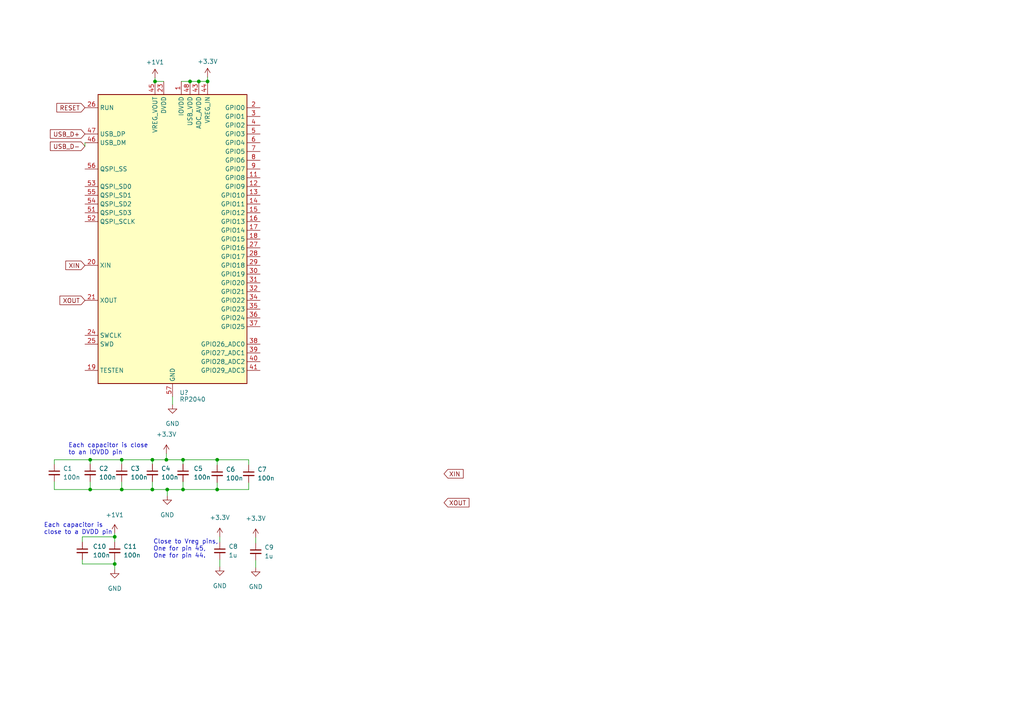
<source format=kicad_sch>
(kicad_sch (version 20211123) (generator eeschema)
  (paper "A4")
  (lib_symbols
    (symbol "Device:C_Small" (pin_numbers hide) (pin_names (offset 0.254) hide)
      (property "Reference" "C" (at 0.254 1.778 0))
      (property "Value" "C_Small" (at 0.254 -2.032 0))
      (symbol "C_Small_0_1"
        (polyline (pts (xy -1.524 -0.508) (xy 1.524 -0.508)) (stroke (width 0.3302)))
        (polyline (pts (xy -1.524 0.508) (xy 1.524 0.508)) (stroke (width 0.3048)))
      )
      (symbol "C_Small_1_1"
        (pin passive line (at 0 2.54 270) (length 2.032) (name "~") (number "1"))
        (pin passive line (at 0 -2.54 90) (length 2.032) (name "~") (number "2"))
      )
    )
    (symbol "MCU_RaspberryPi:RP2040"
      (property "Reference" "U" (at 17.78 45.72 0))
      (property "Value" "RP2040" (at 17.78 43.18 0))
      (symbol "RP2040_0_1"
        (rectangle (start -21.59 41.91) (end 21.59 -41.91) (stroke (width 0.254)) (fill (type background)))
      )
      (symbol "RP2040_1_1"
        (pin power_in line (at 2.54 45.72 270) (length 3.81) (name "IOVDD") (number "1"))
        (pin passive line (at 2.54 45.72 270) (length 3.81) hide (name "IOVDD") (number "10"))
        (pin bidirectional line (at 25.4 17.78 180) (length 3.81) (name "GPIO8") (number "11"))
        (pin bidirectional line (at 25.4 15.24 180) (length 3.81) (name "GPIO9") (number "12"))
        (pin bidirectional line (at 25.4 12.7 180) (length 3.81) (name "GPIO10") (number "13"))
        (pin bidirectional line (at 25.4 10.16 180) (length 3.81) (name "GPIO11") (number "14"))
        (pin bidirectional line (at 25.4 7.62 180) (length 3.81) (name "GPIO12") (number "15"))
        (pin bidirectional line (at 25.4 5.08 180) (length 3.81) (name "GPIO13") (number "16"))
        (pin bidirectional line (at 25.4 2.54 180) (length 3.81) (name "GPIO14") (number "17"))
        (pin bidirectional line (at 25.4 0 180) (length 3.81) (name "GPIO15") (number "18"))
        (pin input line (at -25.4 -38.1 0) (length 3.81) (name "TESTEN") (number "19"))
        (pin bidirectional line (at 25.4 38.1 180) (length 3.81) (name "GPIO0") (number "2"))
        (pin input line (at -25.4 -7.62 0) (length 3.81) (name "XIN") (number "20"))
        (pin passive line (at -25.4 -17.78 0) (length 3.81) (name "XOUT") (number "21"))
        (pin passive line (at 2.54 45.72 270) (length 3.81) hide (name "IOVDD") (number "22"))
        (pin power_in line (at -2.54 45.72 270) (length 3.81) (name "DVDD") (number "23"))
        (pin output line (at -25.4 -27.94 0) (length 3.81) (name "SWCLK") (number "24"))
        (pin bidirectional line (at -25.4 -30.48 0) (length 3.81) (name "SWD") (number "25"))
        (pin input line (at -25.4 38.1 0) (length 3.81) (name "RUN") (number "26"))
        (pin bidirectional line (at 25.4 -2.54 180) (length 3.81) (name "GPIO16") (number "27"))
        (pin bidirectional line (at 25.4 -5.08 180) (length 3.81) (name "GPIO17") (number "28"))
        (pin bidirectional line (at 25.4 -7.62 180) (length 3.81) (name "GPIO18") (number "29"))
        (pin bidirectional line (at 25.4 35.56 180) (length 3.81) (name "GPIO1") (number "3"))
        (pin bidirectional line (at 25.4 -10.16 180) (length 3.81) (name "GPIO19") (number "30"))
        (pin bidirectional line (at 25.4 -12.7 180) (length 3.81) (name "GPIO20") (number "31"))
        (pin bidirectional line (at 25.4 -15.24 180) (length 3.81) (name "GPIO21") (number "32"))
        (pin passive line (at 2.54 45.72 270) (length 3.81) hide (name "IOVDD") (number "33"))
        (pin bidirectional line (at 25.4 -17.78 180) (length 3.81) (name "GPIO22") (number "34"))
        (pin bidirectional line (at 25.4 -20.32 180) (length 3.81) (name "GPIO23") (number "35"))
        (pin bidirectional line (at 25.4 -22.86 180) (length 3.81) (name "GPIO24") (number "36"))
        (pin bidirectional line (at 25.4 -25.4 180) (length 3.81) (name "GPIO25") (number "37"))
        (pin bidirectional line (at 25.4 -30.48 180) (length 3.81) (name "GPIO26_ADC0") (number "38"))
        (pin bidirectional line (at 25.4 -33.02 180) (length 3.81) (name "GPIO27_ADC1") (number "39"))
        (pin bidirectional line (at 25.4 33.02 180) (length 3.81) (name "GPIO2") (number "4"))
        (pin bidirectional line (at 25.4 -35.56 180) (length 3.81) (name "GPIO28_ADC2") (number "40"))
        (pin bidirectional line (at 25.4 -38.1 180) (length 3.81) (name "GPIO29_ADC3") (number "41"))
        (pin passive line (at 2.54 45.72 270) (length 3.81) hide (name "IOVDD") (number "42"))
        (pin power_in line (at 7.62 45.72 270) (length 3.81) (name "ADC_AVDD") (number "43"))
        (pin power_in line (at 10.16 45.72 270) (length 3.81) (name "VREG_IN") (number "44"))
        (pin power_out line (at -5.08 45.72 270) (length 3.81) (name "VREG_VOUT") (number "45"))
        (pin bidirectional line (at -25.4 27.94 0) (length 3.81) (name "USB_DM") (number "46"))
        (pin bidirectional line (at -25.4 30.48 0) (length 3.81) (name "USB_DP") (number "47"))
        (pin power_in line (at 5.08 45.72 270) (length 3.81) (name "USB_VDD") (number "48"))
        (pin passive line (at 2.54 45.72 270) (length 3.81) hide (name "IOVDD") (number "49"))
        (pin bidirectional line (at 25.4 30.48 180) (length 3.81) (name "GPIO3") (number "5"))
        (pin passive line (at -2.54 45.72 270) (length 3.81) hide (name "DVDD") (number "50"))
        (pin bidirectional line (at -25.4 7.62 0) (length 3.81) (name "QSPI_SD3") (number "51"))
        (pin output line (at -25.4 5.08 0) (length 3.81) (name "QSPI_SCLK") (number "52"))
        (pin bidirectional line (at -25.4 15.24 0) (length 3.81) (name "QSPI_SD0") (number "53"))
        (pin bidirectional line (at -25.4 10.16 0) (length 3.81) (name "QSPI_SD2") (number "54"))
        (pin bidirectional line (at -25.4 12.7 0) (length 3.81) (name "QSPI_SD1") (number "55"))
        (pin bidirectional line (at -25.4 20.32 0) (length 3.81) (name "QSPI_SS") (number "56"))
        (pin power_in line (at 0 -45.72 90) (length 3.81) (name "GND") (number "57"))
        (pin bidirectional line (at 25.4 27.94 180) (length 3.81) (name "GPIO4") (number "6"))
        (pin bidirectional line (at 25.4 25.4 180) (length 3.81) (name "GPIO5") (number "7"))
        (pin bidirectional line (at 25.4 22.86 180) (length 3.81) (name "GPIO6") (number "8"))
        (pin bidirectional line (at 25.4 20.32 180) (length 3.81) (name "GPIO7") (number "9"))
      )
    )
    (symbol "power:+1V1" (power) (pin_names (offset 0))
      (property "Value" "+1V1" (at 0 3.556 0))
      (symbol "+1V1_0_1"
        (polyline (pts (xy -0.762 1.27) (xy 0 2.54)))
        (polyline (pts (xy 0 0) (xy 0 2.54)))
        (polyline (pts (xy 0 2.54) (xy 0.762 1.27)))
      )
      (symbol "+1V1_1_1"
        (pin power_in line (at 0 0 90) (length 0) hide (name "+1V1") (number "1"))
      )
    )
    (symbol "power:+3.3V" (power) (pin_names (offset 0))
      (property "Value" "+3.3V" (at 0 3.556 0))
      (symbol "+3.3V_0_1"
        (polyline (pts (xy -0.762 1.27) (xy 0 2.54)))
        (polyline (pts (xy 0 0) (xy 0 2.54)))
        (polyline (pts (xy 0 2.54) (xy 0.762 1.27)))
      )
      (symbol "+3.3V_1_1"
        (pin power_in line (at 0 0 90) (length 0) hide (name "+3.3V") (number "1"))
      )
    )
    (symbol "power:GND" (power) (pin_names (offset 0))
      (property "Value" "GND" (at 0 -3.81 0))
      (symbol "GND_0_1"
        (polyline (pts (xy 0 0) (xy 0 -1.27) (xy 1.27 -1.27) (xy 0 -2.54) (xy -1.27 -1.27) (xy 0 -1.27)))
      )
      (symbol "GND_1_1"
        (pin power_in line (at 0 0 270) (length 0) hide (name "GND") (number "1"))
      )
    )
  )
  (junction (at 26.162 141.986))
  (junction (at 44.196 133.35))
  (junction (at 35.306 133.35))
  (junction (at 53.086 133.35))
  (junction (at 48.26 133.35))
  (junction (at 62.992 133.35))
  (junction (at 55.118 23.622))
  (junction (at 60.198 23.622))
  (junction (at 53.086 141.986))
  (junction (at 33.274 163.576))
  (junction (at 26.162 133.35))
  (junction (at 44.958 23.622))
  (junction (at 48.514 141.986))
  (junction (at 57.658 23.622))
  (junction (at 33.274 155.702))
  (junction (at 35.306 141.986))
  (junction (at 44.196 141.986))
  (junction (at 62.992 141.986))
  (wire (pts (xy 62.992 133.35) (xy 53.086 133.35)))
  (wire (pts (xy 48.26 131.572) (xy 48.26 133.35)))
  (wire (pts (xy 53.086 133.35) (xy 53.086 134.62)))
  (wire (pts (xy 44.196 141.986) (xy 44.196 139.7)))
  (wire (pts (xy 33.274 154.686) (xy 33.274 155.702)))
  (wire (pts (xy 23.876 155.702) (xy 33.274 155.702)))
  (wire (pts (xy 26.162 141.986) (xy 26.162 139.7)))
  (wire (pts (xy 33.274 155.702) (xy 33.274 157.226)))
  (wire (pts (xy 23.876 163.576) (xy 33.274 163.576)))
  (wire (pts (xy 62.992 134.874) (xy 62.992 133.35)))
  (wire (pts (xy 26.162 141.986) (xy 15.748 141.986)))
  (wire (pts (xy 55.118 23.622) (xy 57.658 23.622)))
  (wire (pts (xy 57.658 23.622) (xy 60.198 23.622)))
  (wire (pts (xy 44.196 134.62) (xy 44.196 133.35)))
  (wire (pts (xy 15.748 133.35) (xy 26.162 133.35)))
  (wire (pts (xy 23.876 162.306) (xy 23.876 163.576)))
  (wire (pts (xy 33.274 162.306) (xy 33.274 163.576)))
  (wire (pts (xy 23.876 157.226) (xy 23.876 155.702)))
  (wire (pts (xy 48.514 141.986) (xy 44.196 141.986)))
  (wire (pts (xy 52.578 23.622) (xy 55.118 23.622)))
  (wire (pts (xy 44.958 22.606) (xy 44.958 23.622)))
  (wire (pts (xy 72.136 141.986) (xy 72.136 139.954)))
  (wire (pts (xy 35.306 141.986) (xy 35.306 139.7)))
  (wire (pts (xy 48.26 133.35) (xy 53.086 133.35)))
  (wire (pts (xy 44.196 133.35) (xy 48.26 133.35)))
  (wire (pts (xy 72.136 133.35) (xy 62.992 133.35)))
  (wire (pts (xy 62.992 141.986) (xy 62.992 139.954)))
  (wire (pts (xy 35.306 141.986) (xy 26.162 141.986)))
  (wire (pts (xy 35.306 133.35) (xy 44.196 133.35)))
  (wire (pts (xy 72.136 134.874) (xy 72.136 133.35)))
  (wire (pts (xy 24.638 42.418) (xy 24.638 41.402)))
  (wire (pts (xy 63.754 164.338) (xy 63.754 162.306)))
  (wire (pts (xy 35.306 134.62) (xy 35.306 133.35)))
  (wire (pts (xy 63.754 157.226) (xy 63.754 155.702)))
  (wire (pts (xy 62.992 141.986) (xy 72.136 141.986)))
  (wire (pts (xy 33.274 163.576) (xy 33.274 165.1)))
  (wire (pts (xy 74.168 157.48) (xy 74.168 155.956)))
  (wire (pts (xy 53.086 141.986) (xy 53.086 139.7)))
  (wire (pts (xy 26.162 133.35) (xy 35.306 133.35)))
  (wire (pts (xy 15.748 141.986) (xy 15.748 139.7)))
  (wire (pts (xy 44.196 141.986) (xy 35.306 141.986)))
  (wire (pts (xy 53.086 141.986) (xy 62.992 141.986)))
  (wire (pts (xy 26.162 134.62) (xy 26.162 133.35)))
  (wire (pts (xy 60.198 22.352) (xy 60.198 23.622)))
  (wire (pts (xy 50.038 115.062) (xy 50.038 117.348)))
  (wire (pts (xy 15.748 134.62) (xy 15.748 133.35)))
  (wire (pts (xy 74.168 164.592) (xy 74.168 162.56)))
  (wire (pts (xy 44.958 23.622) (xy 47.498 23.622)))
  (wire (pts (xy 48.514 141.986) (xy 53.086 141.986)))
  (wire (pts (xy 48.514 143.764) (xy 48.514 141.986)))
  (text "Close to Vreg pins,\nOne for pin 45,\nOne for pin 44." (at 44.45 162.052 0) (effects (font (size 1.27 1.27)) (justify left bottom)))
  (text "Each capacitor is close \nto an IOVDD pin" (at 19.812 132.08 0) (effects (font (size 1.27 1.27)) (justify left bottom)))
  (text "Each capacitor is\nclose to a DVDD pin" (at 12.7 155.194 0) (effects (font (size 1.27 1.27)) (justify left bottom)))
  (global_label "RESET" (shape input) (at 24.638 31.242 180) (property "Intersheet References" "${INTERSHEET_REFS}" (effects hide)))
  (global_label "USB_D-" (shape input) (at 24.638 42.418 180) (property "Intersheet References" "${INTERSHEET_REFS}" (effects hide)))
  (global_label "XIN" (shape input) (at 128.778 137.414 0) (property "Intersheet References" "${INTERSHEET_REFS}" (effects hide)))
  (global_label "XIN" (shape input) (at 24.638 76.962 180) (property "Intersheet References" "${INTERSHEET_REFS}" (effects hide)))
  (global_label "XOUT" (shape input) (at 24.638 87.122 180) (property "Intersheet References" "${INTERSHEET_REFS}" (effects hide)))
  (global_label "USB_D+" (shape input) (at 24.638 38.862 180) (property "Intersheet References" "${INTERSHEET_REFS}" (effects hide)))
  (global_label "XOUT" (shape input) (at 128.778 145.796 0) (property "Intersheet References" "${INTERSHEET_REFS}" (effects hide)))
  (symbol (lib_id "Device:C_Small") (at 23.876 159.766 0) (unit 1)
    (property "Reference" "C10" (at 26.924 158.5022 0) (effects (justify left)))
    (property "Value" "100n" (at 26.924 161.0422 0) (effects (justify left)))
  )
  (symbol (lib_id "power:+3.3V") (at 74.168 155.956 0) (unit 1)
    (property "Reference" "#PWR?" (effects hide))
    (property "Value" "+3.3V" (at 74.168 150.368 0))
  )
  (symbol (lib_id "Device:C_Small") (at 44.196 137.16 0) (unit 1)
    (property "Reference" "C4" (at 46.736 135.8962 0) (effects (justify left)))
    (property "Value" "100n" (at 46.736 138.4362 0) (effects (justify left)))
  )
  (symbol (lib_id "power:GND") (at 48.514 143.764 0) (unit 1)
    (property "Reference" "#PWR?" (effects hide))
    (property "Value" "GND" (at 48.514 149.352 0))
  )
  (symbol (lib_id "Device:C_Small") (at 63.754 159.766 0) (unit 1)
    (property "Reference" "C8" (at 66.294 158.5022 0) (effects (justify left)))
    (property "Value" "1u" (at 66.294 161.0422 0) (effects (justify left)))
  )
  (symbol (lib_id "Device:C_Small") (at 33.274 159.766 0) (unit 1)
    (property "Reference" "C11" (at 35.814 158.5022 0) (effects (justify left)))
    (property "Value" "100n" (at 35.814 161.0422 0) (effects (justify left)))
  )
  (symbol (lib_id "power:+3.3V") (at 63.754 155.702 0) (unit 1)
    (property "Reference" "#PWR?" (effects hide))
    (property "Value" "+3.3V" (at 63.754 150.114 0))
  )
  (symbol (lib_id "MCU_RaspberryPi:RP2040") (at 50.038 69.342 0) (unit 1)
    (property "Reference" "U?" (at 52.0574 113.896 0) (effects (justify left)))
    (property "Value" "RP2040" (at 52.07 115.824 0) (effects (justify left)))
    (property "Footprint" "Package_DFN_QFN:QFN-56-1EP_7x7mm_P0.4mm_EP3.2x3.2mm" (effects hide))
    (property "Datasheet" "https://datasheets.raspberrypi.com/rp2040/rp2040-datasheet.pdf" (effects hide))
  )
  (symbol (lib_id "Device:C_Small") (at 72.136 137.414 0) (unit 1)
    (property "Reference" "C7" (at 74.676 136.1502 0) (effects (justify left)))
    (property "Value" "100n" (at 74.676 138.6902 0) (effects (justify left)))
  )
  (symbol (lib_id "Device:C_Small") (at 62.992 137.414 0) (unit 1)
    (property "Reference" "C6" (at 65.532 136.1502 0) (effects (justify left)))
    (property "Value" "100n" (at 65.532 138.6902 0) (effects (justify left)))
  )
  (symbol (lib_id "power:GND") (at 63.754 164.338 0) (unit 1)
    (property "Reference" "#PWR?" (effects hide))
    (property "Value" "GND" (at 63.754 169.926 0))
  )
  (symbol (lib_id "power:GND") (at 33.274 165.1 0) (unit 1)
    (property "Reference" "#PWR?" (effects hide))
    (property "Value" "GND" (at 33.274 170.688 0))
  )
  (symbol (lib_id "power:GND") (at 74.168 164.592 0) (unit 1)
    (property "Reference" "#PWR?" (effects hide))
    (property "Value" "GND" (at 74.168 170.18 0))
  )
  (symbol (lib_id "power:GND") (at 50.038 117.348 0) (unit 1)
    (property "Reference" "#PWR?" (effects hide))
    (property "Value" "GND" (at 50.038 122.8708 0))
  )
  (symbol (lib_id "power:+3.3V") (at 60.198 22.352 0) (unit 1)
    (property "Reference" "#PWR?" (effects hide))
    (property "Value" "+3.3V" (at 60.198 17.8379 0))
  )
  (symbol (lib_id "Device:C_Small") (at 15.748 137.16 0) (unit 1)
    (property "Reference" "C1" (at 18.288 135.8962 0) (effects (justify left)))
    (property "Value" "100n" (at 18.288 138.4362 0) (effects (justify left)))
  )
  (symbol (lib_id "Device:C_Small") (at 26.162 137.16 0) (unit 1)
    (property "Reference" "C2" (at 28.702 135.8962 0) (effects (justify left)))
    (property "Value" "100n" (at 28.702 138.4362 0) (effects (justify left)))
  )
  (symbol (lib_id "power:+1V1") (at 33.274 154.686 0) (unit 1)
    (property "Reference" "#PWR?" (effects hide))
    (property "Value" "+1V1" (at 33.274 149.352 0))
  )
  (symbol (lib_id "power:+1V1") (at 44.958 22.606 0) (unit 1)
    (property "Reference" "#PWR?" (effects hide))
    (property "Value" "+1V1" (at 44.958 18.034 0))
  )
  (symbol (lib_id "Device:C_Small") (at 35.306 137.16 0) (unit 1)
    (property "Reference" "C3" (at 37.846 135.8962 0) (effects (justify left)))
    (property "Value" "100n" (at 37.846 138.4362 0) (effects (justify left)))
  )
  (symbol (lib_id "power:+3.3V") (at 48.26 131.572 0) (unit 1)
    (property "Reference" "#PWR?" (effects hide))
    (property "Value" "+3.3V" (at 48.26 125.984 0))
  )
  (symbol (lib_id "Device:C_Small") (at 53.086 137.16 0) (unit 1)
    (property "Reference" "C5" (at 56.134 135.8962 0) (effects (justify left)))
    (property "Value" "100n" (at 56.134 138.4362 0) (effects (justify left)))
  )
  (symbol (lib_id "Device:C_Small") (at 74.168 160.02 0) (unit 1)
    (property "Reference" "C9" (at 76.708 158.7562 0) (effects (justify left)))
    (property "Value" "1u" (at 76.708 161.2962 0) (effects (justify left)))
  )
)
</source>
